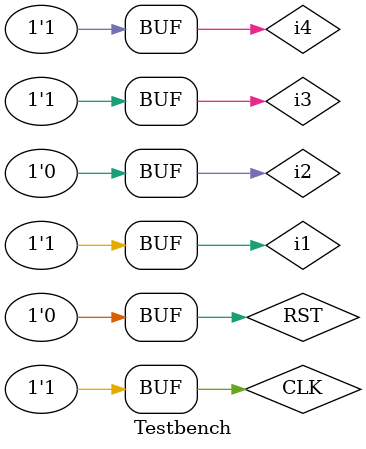
<source format=v>
module FSM(reset, clk, i1, i2, i4, i3, out);
	input reset, clk, i1, i2, i4, i3;
	output reg out;
	parameter s1 = 0, s2 = 200, s3 = 700, s4 = 900, s5 = 1300, s6 = 1800, s7 = 2300, s8 = 2800, s9 = 3100, s10 = 3400, s11 = 3600, s12 = 3800, s13 = 4100;
	reg[16:0] state, nextState;

	always @(posedge clk) begin
		if(reset) begin
			state <= s1;	
		end
		else begin
			state <= nextState;
		end
	end

	always @(i1, i2, i4, i3) begin
		case(state)
		s1 : begin
			out <= s1;
			if(i3 == 1) nextState <= s2;
			else nextState <= s1;
		end
		s2 : begin
			out <= s2;
			if(i1 == 1 && i4 == 1) nextState <= s3;
			else if(i3 == 1) nextState <= s2;
			else nextState <= s1;
		end
		s3 : begin
			if(i3 == 0) nextState <= s4;
			else if(i1 == 1 && i4 == 1) nextState <= s3;
			else nextState <= s1;
		end
		s4 : begin
			if(i1 == 0 && i3 == 1) nextState <= s5;
			else if(i3 == 0) nextState <= s4;
			else nextState <= s1;
		end
		s5 : begin
			if(i2 == 1 && i1 == 0 && i4 == 0) nextState <= s6;
			else if(i1 == 0 && i3 == 1) nextState <= s5;
			else nextState <= s1;
		end
		s6 : begin
			if(i1 == 1) nextState <= s7;
			else if(i2 == 1 && i1 == 0 && i4 == 0) nextState <= s6;
			else nextState <= s1;
		end
		s7 : begin
			if(i4 == 1) nextState <= s8;
			else if(i1 == 1) nextState <= s7;
			else nextState <= s1;
		end
		s8 : begin
			if(i4 == 0 && i3 == 0) nextState <= s9;
			else if(i4 == 1) nextState <= s8;
			else nextState <= s1;
		end
		s9 : begin
			if(i1 == 0 && i4 == 1) nextState <= s10;
			else if(i4 == 0 && i3 == 0) nextState <= s9;
			else nextState <= s1;
		end
		s10 : begin
			if(i2 == 0 && i3 == 1) nextState <= s11;
			else if(i1 == 0 && i4 == 1) nextState <= s10;
			else nextState <= s1;
		end
		s11 : begin
			if(i1 == 1 && i4 == 0) nextState <= s12;
			else if(i2 == 0 && i3 == 1) nextState <= s11;
			else nextState <= s1;
		end
		s12 : begin
			if(i3 == 0) nextState <= s13;
			else if(i1 == 1 && i4 == 0) nextState <= s12;
			else nextState <= s1;
		end
		s13 : begin
			$display("this is end state");
		end
		endcase
	end
endmodule

module Testbench;
	reg RST, CLK;
	reg i1, i2, i3, i4;
	wire out;

	FSM f(RST, CLK, i1, i2, i4, i3, out);
	always begin
		CLK <= 0;
		#10;
		CLK <= 1;
		#10;
	end

	initial begin
		RST <= 1;
		i1 <= 0;
		i2 <= 0;
		i3 <= 0;
		i4 <= 0;
		
		#50;
		RST <= 0;
		i3 <= 1;
		#10
		//RST <= 1;
		#50;
		RST <= 0;
		i1 <= 1;
		i4 <= 1;
 

		
		
	end
endmodule
	

</source>
